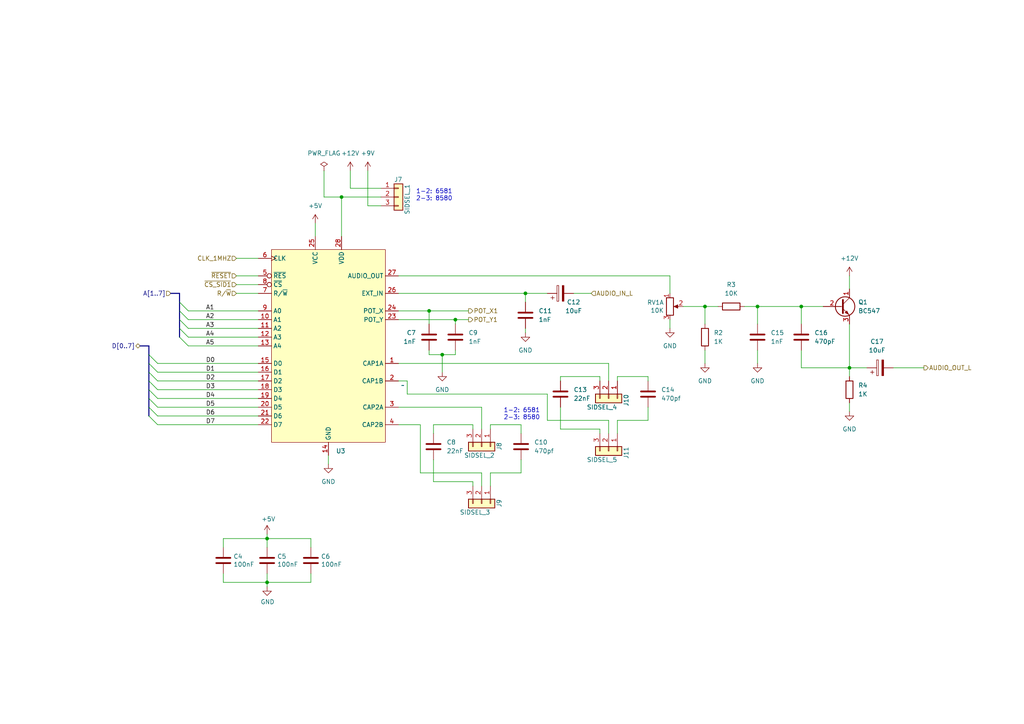
<source format=kicad_sch>
(kicad_sch (version 20231120) (generator "eeschema") (generator_version "8.0")
  (paper "A4")
  (lib_symbols
    (symbol "Connector_Generic:Conn_01x03" (pin_names (offset 1.016) hide)
      (property "Reference" "J" (at 0 5.08 0))
      (property "Value" "Conn_01x03" (at 0 -5.08 0))
      (symbol "Conn_01x03_1_1"
        (rectangle (start -1.27 -2.413) (end 0 -2.667) (stroke (width 0.1524)))
        (rectangle (start -1.27 0.127) (end 0 -0.127) (stroke (width 0.1524)))
        (rectangle (start -1.27 2.667) (end 0 2.413) (stroke (width 0.1524)))
        (rectangle (start -1.27 3.81) (end 1.27 -3.81) (stroke (width 0.254)) (fill (type background)))
        (pin passive line (at -5.08 2.54 0) (length 3.81) (name "Pin_1") (number "1"))
        (pin passive line (at -5.08 0 0) (length 3.81) (name "Pin_2") (number "2"))
        (pin passive line (at -5.08 -2.54 0) (length 3.81) (name "Pin_3") (number "3"))
      )
    )
    (symbol "Ddraig:SID"
      (property "Reference" "U" (at -15.24 26.67 0))
      (symbol "SID_1_1"
        (rectangle (start -16.51 25.4) (end 16.51 -30.48) (fill (type background)))
        (pin passive line (at 20.32 -7.62 180) (length 3.81) (name "CAP1A") (number "1"))
        (pin input line (at -20.32 5.08 0) (length 3.81) (name "A1") (number "10"))
        (pin input line (at -20.32 2.54 0) (length 3.81) (name "A2") (number "11"))
        (pin input line (at -20.32 0 0) (length 3.81) (name "A3") (number "12"))
        (pin input line (at -20.32 -2.54 0) (length 3.81) (name "A4") (number "13"))
        (pin power_in line (at 0 -34.29 90) (length 3.81) (name "GND") (number "14"))
        (pin bidirectional line (at -20.32 -7.62 0) (length 3.81) (name "D0") (number "15"))
        (pin bidirectional line (at -20.32 -10.16 0) (length 3.81) (name "D1") (number "16"))
        (pin bidirectional line (at -20.32 -12.7 0) (length 3.81) (name "D2") (number "17"))
        (pin bidirectional line (at -20.32 -15.24 0) (length 3.81) (name "D3") (number "18"))
        (pin bidirectional line (at -20.32 -17.78 0) (length 3.81) (name "D4") (number "19"))
        (pin passive line (at 20.32 -12.7 180) (length 3.81) (name "CAP1B") (number "2"))
        (pin bidirectional line (at -20.32 -20.32 0) (length 3.81) (name "D5") (number "20"))
        (pin bidirectional line (at -20.32 -22.86 0) (length 3.81) (name "D6") (number "21"))
        (pin bidirectional line (at -20.32 -25.4 0) (length 3.81) (name "D7") (number "22"))
        (pin input line (at 20.32 5.08 180) (length 3.81) (name "POT_Y") (number "23"))
        (pin input line (at 20.32 7.62 180) (length 3.81) (name "POT_X") (number "24"))
        (pin power_in line (at -3.81 29.21 270) (length 3.81) (name "VCC") (number "25"))
        (pin input line (at 20.32 12.7 180) (length 3.81) (name "EXT_IN") (number "26"))
        (pin output line (at 20.32 17.78 180) (length 3.81) (name "AUDIO_OUT") (number "27"))
        (pin power_in line (at 3.81 29.21 270) (length 3.81) (name "VDD") (number "28"))
        (pin passive line (at 20.32 -20.32 180) (length 3.81) (name "CAP2A") (number "3"))
        (pin passive line (at 20.32 -25.4 180) (length 3.81) (name "CAP2B") (number "4"))
        (pin input inverted (at -20.32 17.78 0) (length 3.81) (name "~{RES}") (number "5"))
        (pin input clock (at -20.32 22.86 0) (length 3.81) (name "CLK") (number "6"))
        (pin input line (at -20.32 12.7 0) (length 3.81) (name "R/~{W}") (number "7"))
        (pin input inverted (at -20.32 15.24 0) (length 3.81) (name "~{CS}") (number "8"))
        (pin input line (at -20.32 7.62 0) (length 3.81) (name "A0") (number "9"))
      )
    )
    (symbol "Device:C" (pin_numbers hide) (pin_names (offset 0.254))
      (property "Reference" "C" (at 0.635 2.54 0))
      (property "Value" "C" (at 0.635 -2.54 0))
      (symbol "C_0_1"
        (polyline (pts (xy -2.032 -0.762) (xy 2.032 -0.762)) (stroke (width 0.508)))
        (polyline (pts (xy -2.032 0.762) (xy 2.032 0.762)) (stroke (width 0.508)))
      )
      (symbol "C_1_1"
        (pin passive line (at 0 3.81 270) (length 2.794) (name "~") (number "1"))
        (pin passive line (at 0 -3.81 90) (length 2.794) (name "~") (number "2"))
      )
    )
    (symbol "Device:C_Polarized" (pin_numbers hide) (pin_names (offset 0.254))
      (property "Reference" "C" (at 0.635 2.54 0))
      (property "Value" "C_Polarized" (at 0.635 -2.54 0))
      (symbol "C_Polarized_0_1"
        (rectangle (start -2.286 0.508) (end 2.286 1.016))
        (polyline (pts (xy -1.778 2.286) (xy -0.762 2.286)))
        (polyline (pts (xy -1.27 2.794) (xy -1.27 1.778)))
        (rectangle (start 2.286 -0.508) (end -2.286 -1.016) (fill (type outline)))
      )
      (symbol "C_Polarized_1_1"
        (pin passive line (at 0 3.81 270) (length 2.794) (name "~") (number "1"))
        (pin passive line (at 0 -3.81 90) (length 2.794) (name "~") (number "2"))
      )
    )
    (symbol "Device:R" (pin_numbers hide) (pin_names (offset 0))
      (property "Reference" "R" (at 2.032 0 90))
      (property "Value" "R" (at 0 0 90))
      (symbol "R_0_1"
        (rectangle (start -1.016 -2.54) (end 1.016 2.54) (stroke (width 0.254)))
      )
      (symbol "R_1_1"
        (pin passive line (at 0 3.81 270) (length 1.27) (name "~") (number "1"))
        (pin passive line (at 0 -3.81 90) (length 1.27) (name "~") (number "2"))
      )
    )
    (symbol "Device:R_Potentiometer_Dual_Separate" (pin_names (offset 1.016) hide)
      (property "Reference" "RV" (at -4.445 0 90))
      (property "Value" "R_Potentiometer_Dual_Separate" (at -2.54 0 90))
      (symbol "R_Potentiometer_Dual_Separate_0_1"
        (polyline (pts (xy 2.54 0) (xy 1.524 0)))
        (polyline (pts (xy 1.143 0) (xy 2.286 0.508) (xy 2.286 -0.508) (xy 1.143 0)) (fill (type outline)))
        (rectangle (start 1.016 2.54) (end -1.016 -2.54) (stroke (width 0.254)))
      )
      (symbol "R_Potentiometer_Dual_Separate_1_1"
        (pin passive line (at 0 3.81 270) (length 1.27) (name "1") (number "1"))
        (pin passive line (at 3.81 0 180) (length 1.27) (name "2") (number "2"))
        (pin passive line (at 0 -3.81 90) (length 1.27) (name "3") (number "3"))
      )
      (symbol "R_Potentiometer_Dual_Separate_2_1"
        (pin passive line (at 0 3.81 270) (length 1.27) (name "4") (number "4"))
        (pin passive line (at 3.81 0 180) (length 1.27) (name "5") (number "5"))
        (pin passive line (at 0 -3.81 90) (length 1.27) (name "6") (number "6"))
      )
    )
    (symbol "Transistor_BJT:BC547" (pin_names (offset 0) hide)
      (property "Reference" "Q" (at 5.08 1.905 0))
      (property "Value" "BC547" (at 5.08 0 0))
      (symbol "BC547_0_1"
        (polyline (pts (xy 0 0) (xy 0.635 0)))
        (polyline (pts (xy 0.635 0.635) (xy 2.54 2.54)))
        (polyline (pts (xy 0.635 -0.635) (xy 2.54 -2.54) (xy 2.54 -2.54)))
        (polyline (pts (xy 0.635 1.905) (xy 0.635 -1.905) (xy 0.635 -1.905)) (stroke (width 0.508)))
        (polyline (pts (xy 1.27 -1.778) (xy 1.778 -1.27) (xy 2.286 -2.286) (xy 1.27 -1.778) (xy 1.27 -1.778)) (fill (type outline)))
        (circle (center 1.27 0) (radius 2.8194) (stroke (width 0.254)))
      )
      (symbol "BC547_1_1"
        (pin passive line (at 2.54 5.08 270) (length 2.54) (name "C") (number "1"))
        (pin input line (at -5.08 0 0) (length 5.08) (name "B") (number "2"))
        (pin passive line (at 2.54 -5.08 90) (length 2.54) (name "E") (number "3"))
      )
    )
    (symbol "power:+12V" (power) (pin_names (offset 0))
      (property "Value" "+12V" (at 0 3.556 0))
      (symbol "+12V_0_1"
        (polyline (pts (xy -0.762 1.27) (xy 0 2.54)))
        (polyline (pts (xy 0 0) (xy 0 2.54)))
        (polyline (pts (xy 0 2.54) (xy 0.762 1.27)))
      )
      (symbol "+12V_1_1"
        (pin power_in line (at 0 0 90) (length 0) hide (name "+12V") (number "1"))
      )
    )
    (symbol "power:+5V" (power) (pin_names (offset 0))
      (property "Value" "+5V" (at 0 3.556 0))
      (symbol "+5V_0_1"
        (polyline (pts (xy -0.762 1.27) (xy 0 2.54)))
        (polyline (pts (xy 0 0) (xy 0 2.54)))
        (polyline (pts (xy 0 2.54) (xy 0.762 1.27)))
      )
      (symbol "+5V_1_1"
        (pin power_in line (at 0 0 90) (length 0) hide (name "+5V") (number "1"))
      )
    )
    (symbol "power:+9V" (power) (pin_names (offset 0))
      (property "Value" "+9V" (at 0 3.556 0))
      (symbol "+9V_0_1"
        (polyline (pts (xy -0.762 1.27) (xy 0 2.54)))
        (polyline (pts (xy 0 0) (xy 0 2.54)))
        (polyline (pts (xy 0 2.54) (xy 0.762 1.27)))
      )
      (symbol "+9V_1_1"
        (pin power_in line (at 0 0 90) (length 0) hide (name "+9V") (number "1"))
      )
    )
    (symbol "power:GND" (power) (pin_names (offset 0))
      (property "Value" "GND" (at 0 -3.81 0))
      (symbol "GND_0_1"
        (polyline (pts (xy 0 0) (xy 0 -1.27) (xy 1.27 -1.27) (xy 0 -2.54) (xy -1.27 -1.27) (xy 0 -1.27)))
      )
      (symbol "GND_1_1"
        (pin power_in line (at 0 0 270) (length 0) hide (name "GND") (number "1"))
      )
    )
    (symbol "power:PWR_FLAG" (power) (pin_numbers hide) (pin_names (offset 0) hide)
      (property "Value" "PWR_FLAG" (at 0 3.81 0))
      (symbol "PWR_FLAG_0_0"
        (pin power_out line (at 0 0 90) (length 0) (name "pwr") (number "1"))
      )
      (symbol "PWR_FLAG_0_1"
        (polyline (pts (xy 0 0) (xy 0 1.27) (xy -1.016 1.905) (xy 0 2.54) (xy 1.016 1.905) (xy 0 1.27)))
      )
    )
  )
  (junction (at 232.41 88.9))
  (junction (at 219.71 88.9))
  (junction (at 246.38 106.68))
  (junction (at 132.08 92.71))
  (junction (at 128.27 102.87))
  (junction (at 99.06 57.15))
  (junction (at 204.47 88.9))
  (junction (at 77.47 156.21))
  (junction (at 124.46 90.17))
  (junction (at 152.4 85.09))
  (junction (at 77.47 168.91))
  (bus_entry (at 43.18 110.49) (size 2.54 2.54))
  (bus_entry (at 43.18 113.03) (size 2.54 2.54))
  (bus_entry (at 43.18 107.95) (size 2.54 2.54))
  (bus_entry (at 52.07 95.25) (size 2.54 2.54))
  (bus_entry (at 52.07 97.79) (size 2.54 2.54))
  (bus_entry (at 43.18 105.41) (size 2.54 2.54))
  (bus_entry (at 52.07 90.17) (size 2.54 2.54))
  (bus_entry (at 43.18 118.11) (size 2.54 2.54))
  (bus_entry (at 52.07 92.71) (size 2.54 2.54))
  (bus_entry (at 52.07 87.63) (size 2.54 2.54))
  (bus_entry (at 43.18 102.87) (size 2.54 2.54))
  (bus_entry (at 43.18 115.57) (size 2.54 2.54))
  (bus_entry (at 43.18 120.65) (size 2.54 2.54))
  (bus (pts (xy 40.64 100.33) (xy 43.18 100.33)))
  (bus (pts (xy 43.18 102.87) (xy 43.18 100.33)))
  (wire (pts (xy 139.7 137.16) (xy 139.7 140.97)))
  (wire (pts (xy 101.6 49.53) (xy 101.6 54.61)))
  (wire (pts (xy 132.08 101.6) (xy 132.08 102.87)))
  (bus (pts (xy 52.07 92.71) (xy 52.07 90.17)))
  (wire (pts (xy 45.72 113.03) (xy 74.93 113.03)))
  (wire (pts (xy 115.57 123.19) (xy 121.92 123.19)))
  (wire (pts (xy 142.24 137.16) (xy 151.13 137.16)))
  (wire (pts (xy 115.57 92.71) (xy 132.08 92.71)))
  (wire (pts (xy 137.16 123.19) (xy 137.16 124.46)))
  (wire (pts (xy 115.57 110.49) (xy 118.11 110.49)))
  (wire (pts (xy 124.46 102.87) (xy 128.27 102.87)))
  (wire (pts (xy 68.58 80.01) (xy 74.93 80.01)))
  (wire (pts (xy 151.13 137.16) (xy 151.13 133.35)))
  (wire (pts (xy 68.58 85.09) (xy 74.93 85.09)))
  (wire (pts (xy 45.72 118.11) (xy 74.93 118.11)))
  (wire (pts (xy 121.92 123.19) (xy 121.92 137.16)))
  (wire (pts (xy 115.57 80.01) (xy 194.31 80.01)))
  (wire (pts (xy 246.38 116.84) (xy 246.38 119.38)))
  (wire (pts (xy 125.73 139.7) (xy 137.16 139.7)))
  (wire (pts (xy 99.06 68.58) (xy 99.06 57.15)))
  (wire (pts (xy 68.58 82.55) (xy 74.93 82.55)))
  (wire (pts (xy 64.77 156.21) (xy 77.47 156.21)))
  (wire (pts (xy 125.73 133.35) (xy 125.73 139.7)))
  (wire (pts (xy 162.56 118.11) (xy 162.56 124.46)))
  (wire (pts (xy 246.38 93.98) (xy 246.38 106.68)))
  (wire (pts (xy 115.57 118.11) (xy 139.7 118.11)))
  (wire (pts (xy 54.61 100.33) (xy 74.93 100.33)))
  (wire (pts (xy 101.6 54.61) (xy 110.49 54.61)))
  (bus (pts (xy 43.18 118.11) (xy 43.18 115.57)))
  (wire (pts (xy 118.11 110.49) (xy 118.11 114.3)))
  (wire (pts (xy 173.99 109.22) (xy 173.99 110.49)))
  (wire (pts (xy 45.72 120.65) (xy 74.93 120.65)))
  (wire (pts (xy 90.17 156.21) (xy 90.17 158.75)))
  (wire (pts (xy 179.07 109.22) (xy 179.07 110.49)))
  (wire (pts (xy 142.24 123.19) (xy 142.24 124.46)))
  (wire (pts (xy 219.71 101.6) (xy 219.71 105.41)))
  (wire (pts (xy 45.72 105.41) (xy 74.93 105.41)))
  (wire (pts (xy 162.56 109.22) (xy 173.99 109.22)))
  (wire (pts (xy 64.77 158.75) (xy 64.77 156.21)))
  (wire (pts (xy 124.46 90.17) (xy 135.89 90.17)))
  (wire (pts (xy 151.13 123.19) (xy 151.13 125.73)))
  (wire (pts (xy 54.61 92.71) (xy 74.93 92.71)))
  (wire (pts (xy 152.4 95.25) (xy 152.4 96.52)))
  (wire (pts (xy 173.99 124.46) (xy 173.99 125.73)))
  (wire (pts (xy 219.71 88.9) (xy 232.41 88.9)))
  (wire (pts (xy 91.44 64.77) (xy 91.44 68.58)))
  (wire (pts (xy 187.96 118.11) (xy 187.96 121.92)))
  (bus (pts (xy 43.18 107.95) (xy 43.18 105.41)))
  (wire (pts (xy 45.72 110.49) (xy 74.93 110.49)))
  (wire (pts (xy 64.77 168.91) (xy 77.47 168.91)))
  (wire (pts (xy 158.75 114.3) (xy 158.75 121.92)))
  (wire (pts (xy 121.92 137.16) (xy 139.7 137.16)))
  (bus (pts (xy 52.07 97.79) (xy 52.07 95.25)))
  (bus (pts (xy 52.07 95.25) (xy 52.07 92.71)))
  (bus (pts (xy 43.18 115.57) (xy 43.18 113.03)))
  (wire (pts (xy 152.4 85.09) (xy 152.4 87.63)))
  (wire (pts (xy 187.96 109.22) (xy 187.96 110.49)))
  (wire (pts (xy 64.77 166.37) (xy 64.77 168.91)))
  (wire (pts (xy 166.37 85.09) (xy 171.45 85.09)))
  (wire (pts (xy 128.27 102.87) (xy 128.27 107.95)))
  (wire (pts (xy 137.16 139.7) (xy 137.16 140.97)))
  (wire (pts (xy 93.98 49.53) (xy 93.98 57.15)))
  (wire (pts (xy 246.38 106.68) (xy 251.46 106.68)))
  (wire (pts (xy 219.71 88.9) (xy 219.71 93.98)))
  (wire (pts (xy 232.41 88.9) (xy 238.76 88.9)))
  (bus (pts (xy 43.18 110.49) (xy 43.18 107.95)))
  (wire (pts (xy 158.75 121.92) (xy 176.53 121.92)))
  (wire (pts (xy 77.47 168.91) (xy 77.47 170.18)))
  (wire (pts (xy 139.7 118.11) (xy 139.7 124.46)))
  (wire (pts (xy 132.08 92.71) (xy 132.08 93.98)))
  (wire (pts (xy 232.41 106.68) (xy 246.38 106.68)))
  (wire (pts (xy 99.06 57.15) (xy 110.49 57.15)))
  (wire (pts (xy 124.46 101.6) (xy 124.46 102.87)))
  (wire (pts (xy 77.47 166.37) (xy 77.47 168.91)))
  (wire (pts (xy 194.31 92.71) (xy 194.31 95.25)))
  (bus (pts (xy 49.53 85.09) (xy 52.07 85.09)))
  (wire (pts (xy 179.07 121.92) (xy 179.07 125.73)))
  (wire (pts (xy 246.38 106.68) (xy 246.38 109.22)))
  (wire (pts (xy 179.07 109.22) (xy 187.96 109.22)))
  (wire (pts (xy 77.47 168.91) (xy 90.17 168.91)))
  (wire (pts (xy 54.61 95.25) (xy 74.93 95.25)))
  (bus (pts (xy 43.18 113.03) (xy 43.18 110.49)))
  (bus (pts (xy 43.18 105.41) (xy 43.18 102.87)))
  (wire (pts (xy 77.47 158.75) (xy 77.47 156.21)))
  (wire (pts (xy 194.31 80.01) (xy 194.31 85.09)))
  (wire (pts (xy 95.25 132.08) (xy 95.25 134.62)))
  (wire (pts (xy 77.47 156.21) (xy 90.17 156.21)))
  (wire (pts (xy 152.4 85.09) (xy 158.75 85.09)))
  (wire (pts (xy 93.98 57.15) (xy 99.06 57.15)))
  (wire (pts (xy 54.61 90.17) (xy 74.93 90.17)))
  (wire (pts (xy 68.58 74.93) (xy 74.93 74.93)))
  (bus (pts (xy 43.18 120.65) (xy 43.18 118.11)))
  (wire (pts (xy 232.41 88.9) (xy 232.41 93.98)))
  (wire (pts (xy 124.46 90.17) (xy 124.46 93.98)))
  (wire (pts (xy 204.47 101.6) (xy 204.47 105.41)))
  (wire (pts (xy 132.08 102.87) (xy 128.27 102.87)))
  (wire (pts (xy 106.68 59.69) (xy 110.49 59.69)))
  (wire (pts (xy 115.57 105.41) (xy 176.53 105.41)))
  (wire (pts (xy 232.41 101.6) (xy 232.41 106.68)))
  (wire (pts (xy 204.47 88.9) (xy 208.28 88.9)))
  (wire (pts (xy 132.08 92.71) (xy 135.89 92.71)))
  (wire (pts (xy 125.73 125.73) (xy 125.73 123.19)))
  (wire (pts (xy 215.9 88.9) (xy 219.71 88.9)))
  (wire (pts (xy 198.12 88.9) (xy 204.47 88.9)))
  (wire (pts (xy 259.08 106.68) (xy 267.97 106.68)))
  (wire (pts (xy 187.96 121.92) (xy 179.07 121.92)))
  (wire (pts (xy 45.72 123.19) (xy 74.93 123.19)))
  (wire (pts (xy 162.56 124.46) (xy 173.99 124.46)))
  (wire (pts (xy 115.57 85.09) (xy 152.4 85.09)))
  (wire (pts (xy 125.73 123.19) (xy 137.16 123.19)))
  (bus (pts (xy 52.07 87.63) (xy 52.07 85.09)))
  (wire (pts (xy 118.11 114.3) (xy 158.75 114.3)))
  (wire (pts (xy 45.72 115.57) (xy 74.93 115.57)))
  (wire (pts (xy 176.53 121.92) (xy 176.53 125.73)))
  (wire (pts (xy 90.17 168.91) (xy 90.17 166.37)))
  (wire (pts (xy 45.72 107.95) (xy 74.93 107.95)))
  (wire (pts (xy 77.47 156.21) (xy 77.47 154.94)))
  (wire (pts (xy 142.24 137.16) (xy 142.24 140.97)))
  (wire (pts (xy 204.47 88.9) (xy 204.47 93.98)))
  (wire (pts (xy 142.24 123.19) (xy 151.13 123.19)))
  (wire (pts (xy 115.57 90.17) (xy 124.46 90.17)))
  (bus (pts (xy 52.07 90.17) (xy 52.07 87.63)))
  (wire (pts (xy 106.68 49.53) (xy 106.68 59.69)))
  (wire (pts (xy 162.56 110.49) (xy 162.56 109.22)))
  (wire (pts (xy 246.38 80.01) (xy 246.38 83.82)))
  (wire (pts (xy 176.53 105.41) (xy 176.53 110.49)))
  (wire (pts (xy 54.61 97.79) (xy 74.93 97.79)))
  (text "1-2: 6581\n2-3: 8580\n" (at 120.65 58.42 0) (effects (font (size 1.27 1.27)) (justify left bottom)))
  (text "1-2: 6581\n2-3: 8580\n" (at 146.05 121.92 0) (effects (font (size 1.27 1.27)) (justify left bottom)))
  (label "D0" (at 59.69 105.41 0))
  (label "A2" (at 59.69 92.71 0))
  (label "A1" (at 59.69 90.17 0))
  (label "D2" (at 59.69 110.49 0))
  (label "D4" (at 59.69 115.57 0))
  (label "D1" (at 59.69 107.95 0))
  (label "D3" (at 59.69 113.03 0))
  (label "D5" (at 59.69 118.11 0))
  (label "A4" (at 59.69 97.79 0))
  (label "D6" (at 59.69 120.65 0))
  (label "A3" (at 59.69 95.25 0))
  (label "D7" (at 59.69 123.19 0))
  (label "A5" (at 59.69 100.33 0))
  (hierarchical_label "CLK_1MHZ" (shape input) (at 68.58 74.93 180))
  (hierarchical_label "A[1..7]" (shape input) (at 49.53 85.09 180))
  (hierarchical_label "~{RESET}" (shape input) (at 68.58 80.01 180))
  (hierarchical_label "D[0..7]" (shape bidirectional) (at 40.64 100.33 180))
  (hierarchical_label "~{CS_SID1}" (shape input) (at 68.58 82.55 180))
  (hierarchical_label "AUDIO_OUT_L" (shape output) (at 267.97 106.68 0))
  (hierarchical_label "R{slash}~{W}" (shape input) (at 68.58 85.09 180))
  (hierarchical_label "AUDIO_IN_L" (shape input) (at 171.45 85.09 0))
  (hierarchical_label "POT_X1" (shape output) (at 135.89 90.17 0))
  (hierarchical_label "POT_Y1" (shape output) (at 135.89 92.71 0))
  (symbol (lib_id "Connector_Generic:Conn_01x03") (at 115.57 57.15 0) (unit 1)
    (property "Reference" "J7" (at 114.3 52.07 0) (effects (justify left)))
    (property "Value" "SIDSEL_1" (at 118.11 62.23 90) (effects (justify left)))
    (property "Footprint" "Connector_PinHeader_2.54mm:PinHeader_1x03_P2.54mm_Vertical" (effects (hide yes)))
  )
  (symbol (lib_id "power:GND") (at 194.31 95.25 0) (unit 1)
    (property "Reference" "#PWR028" (effects (hide yes)))
    (property "Value" "GND" (at 194.31 100.33 0))
  )
  (symbol (lib_id "power:+5V") (at 77.47 154.94 0) (unit 1)
    (property "Reference" "#PWR020" (effects (hide yes)))
    (property "Value" "+5V" (at 77.851 150.5458 0))
  )
  (symbol (lib_id "power:GND") (at 219.71 105.41 0) (unit 1)
    (property "Reference" "#PWR030" (effects (hide yes)))
    (property "Value" "GND" (at 219.71 110.49 0))
  )
  (symbol (lib_id "Device:C") (at 232.41 97.79 0) (unit 1)
    (property "Reference" "C16" (at 236.22 96.52 0) (effects (justify left)))
    (property "Value" "470pF" (at 236.22 99.06 0) (effects (justify left)))
    (property "Footprint" "Capacitor_THT:C_Disc_D5.0mm_W2.5mm_P2.50mm" (effects (hide yes)))
  )
  (symbol (lib_id "Connector_Generic:Conn_01x03") (at 139.7 129.54 270) (unit 1)
    (property "Reference" "J8" (at 144.78 128.27 0) (effects (justify left)))
    (property "Value" "SIDSEL_2" (at 134.62 132.08 90) (effects (justify left)))
    (property "Footprint" "Connector_PinHeader_2.54mm:PinHeader_1x03_P2.54mm_Vertical" (effects (hide yes)))
  )
  (symbol (lib_id "power:GND") (at 204.47 105.41 0) (unit 1)
    (property "Reference" "#PWR029" (effects (hide yes)))
    (property "Value" "GND" (at 204.47 110.49 0))
  )
  (symbol (lib_id "power:GND") (at 77.47 170.18 0) (unit 1)
    (property "Reference" "#PWR021" (effects (hide yes)))
    (property "Value" "GND" (at 77.597 174.5742 0))
  )
  (symbol (lib_id "power:GND") (at 152.4 96.52 0) (unit 1)
    (property "Reference" "#PWR027" (effects (hide yes)))
    (property "Value" "GND" (at 152.4 101.6 0))
  )
  (symbol (lib_id "Transistor_BJT:BC547") (at 243.84 88.9 0) (unit 1)
    (property "Reference" "Q1" (at 248.92 87.63 0) (effects (justify left)))
    (property "Value" "BC547" (at 248.92 90.17 0) (effects (justify left)))
    (property "Footprint" "Package_TO_SOT_THT:TO-92_Inline" (effects (hide yes)))
    (property "Datasheet" "https://www.onsemi.com/pub/Collateral/BC550-D.pdf" (effects (hide yes)))
  )
  (symbol (lib_id "Device:C") (at 124.46 97.79 0) (mirror y) (unit 1)
    (property "Reference" "C7" (at 120.65 96.52 0) (effects (justify left)))
    (property "Value" "1nF" (at 120.65 99.06 0) (effects (justify left)))
    (property "Footprint" "Capacitor_THT:C_Disc_D5.0mm_W2.5mm_P2.50mm" (effects (hide yes)))
  )
  (symbol (lib_id "power:GND") (at 128.27 107.95 0) (unit 1)
    (property "Reference" "#PWR026" (effects (hide yes)))
    (property "Value" "GND" (at 128.27 113.03 0))
  )
  (symbol (lib_id "Device:C") (at 219.71 97.79 0) (unit 1)
    (property "Reference" "C15" (at 223.52 96.52 0) (effects (justify left)))
    (property "Value" "1nF" (at 223.52 99.06 0) (effects (justify left)))
    (property "Footprint" "Capacitor_THT:C_Disc_D5.0mm_W2.5mm_P2.50mm" (effects (hide yes)))
  )
  (symbol (lib_id "power:GND") (at 246.38 119.38 0) (unit 1)
    (property "Reference" "#PWR032" (effects (hide yes)))
    (property "Value" "GND" (at 246.38 124.46 0))
  )
  (symbol (lib_id "Device:R") (at 246.38 113.03 0) (unit 1)
    (property "Reference" "R4" (at 248.92 111.76 0) (effects (justify left)))
    (property "Value" "1K" (at 248.92 114.3 0) (effects (justify left)))
    (property "Footprint" "Resistor_THT:R_Axial_DIN0207_L6.3mm_D2.5mm_P10.16mm_Horizontal" (effects (hide yes)))
  )
  (symbol (lib_id "Device:C") (at 187.96 114.3 0) (unit 1)
    (property "Reference" "C14" (at 191.77 113.03 0) (effects (justify left)))
    (property "Value" "470pf" (at 191.77 115.57 0) (effects (justify left)))
    (property "Footprint" "Capacitor_THT:C_Disc_D5.0mm_W2.5mm_P2.50mm" (effects (hide yes)))
  )
  (symbol (lib_id "power:GND") (at 95.25 134.62 0) (unit 1)
    (property "Reference" "#PWR023" (effects (hide yes)))
    (property "Value" "GND" (at 95.25 139.7 0))
  )
  (symbol (lib_id "Device:C") (at 162.56 114.3 0) (unit 1)
    (property "Reference" "C13" (at 166.37 113.03 0) (effects (justify left)))
    (property "Value" "22nF" (at 166.37 115.57 0) (effects (justify left)))
    (property "Footprint" "Capacitor_THT:C_Disc_D5.0mm_W2.5mm_P2.50mm" (effects (hide yes)))
  )
  (symbol (lib_id "Device:C_Polarized") (at 162.56 85.09 90) (unit 1)
    (property "Reference" "C12" (at 166.37 87.63 90))
    (property "Value" "10uF" (at 166.37 90.17 90))
    (property "Footprint" "Capacitor_THT:CP_Radial_D5.0mm_P2.50mm" (effects (hide yes)))
  )
  (symbol (lib_id "power:+12V") (at 246.38 80.01 0) (unit 1)
    (property "Reference" "#PWR031" (effects (hide yes)))
    (property "Value" "+12V" (at 246.38 74.93 0))
  )
  (symbol (lib_id "Connector_Generic:Conn_01x03") (at 176.53 115.57 270) (unit 1)
    (property "Reference" "J10" (at 181.61 114.3 0) (effects (justify left)))
    (property "Value" "SIDSEL_4" (at 170.18 118.11 90) (effects (justify left)))
    (property "Footprint" "Connector_PinHeader_2.54mm:PinHeader_1x03_P2.54mm_Vertical" (effects (hide yes)))
  )
  (symbol (lib_id "Device:C") (at 90.17 162.56 0) (unit 1)
    (property "Reference" "C6" (at 93.091 161.3916 0) (effects (justify left)))
    (property "Value" "100nF" (at 93.091 163.703 0) (effects (justify left)))
    (property "Footprint" "Capacitor_THT:C_Disc_D5.0mm_W2.5mm_P2.50mm" (effects (hide yes)))
  )
  (symbol (lib_id "Connector_Generic:Conn_01x03") (at 139.7 146.05 270) (unit 1)
    (property "Reference" "J9" (at 144.78 144.78 0) (effects (justify left)))
    (property "Value" "SIDSEL_3" (at 133.35 148.59 90) (effects (justify left)))
    (property "Footprint" "Connector_PinHeader_2.54mm:PinHeader_1x03_P2.54mm_Vertical" (effects (hide yes)))
  )
  (symbol (lib_id "Device:C") (at 132.08 97.79 0) (unit 1)
    (property "Reference" "C9" (at 135.89 96.52 0) (effects (justify left)))
    (property "Value" "1nF" (at 135.89 99.06 0) (effects (justify left)))
    (property "Footprint" "Capacitor_THT:C_Disc_D5.0mm_W2.5mm_P2.50mm" (effects (hide yes)))
  )
  (symbol (lib_id "Device:R_Potentiometer_Dual_Separate") (at 194.31 88.9 0) (unit 1)
    (property "Reference" "RV1" (at 192.5574 87.7316 0) (effects (justify right)))
    (property "Value" "10K" (at 192.5574 90.043 0) (effects (justify right)))
    (property "Footprint" "Potentiometer_THT:Potentiometer_Alps_RK163_Dual_Horizontal" (effects (hide yes)))
  )
  (symbol (lib_id "power:+9V") (at 106.68 49.53 0) (unit 1)
    (property "Reference" "#PWR025" (effects (hide yes)))
    (property "Value" "+9V" (at 106.68 44.45 0))
  )
  (symbol (lib_id "Device:C") (at 151.13 129.54 0) (unit 1)
    (property "Reference" "C10" (at 154.94 128.27 0) (effects (justify left)))
    (property "Value" "470pf" (at 154.94 130.81 0) (effects (justify left)))
    (property "Footprint" "Capacitor_THT:C_Disc_D5.0mm_W2.5mm_P2.50mm" (effects (hide yes)))
  )
  (symbol (lib_id "power:+5V") (at 91.44 64.77 0) (unit 1)
    (property "Reference" "#PWR022" (effects (hide yes)))
    (property "Value" "+5V" (at 91.44 59.69 0))
  )
  (symbol (lib_id "Device:C") (at 125.73 129.54 0) (unit 1)
    (property "Reference" "C8" (at 129.54 128.27 0) (effects (justify left)))
    (property "Value" "22nF" (at 129.54 130.81 0) (effects (justify left)))
    (property "Footprint" "Capacitor_THT:C_Disc_D5.0mm_W2.5mm_P2.50mm" (effects (hide yes)))
  )
  (symbol (lib_id "Device:C") (at 152.4 91.44 0) (unit 1)
    (property "Reference" "C11" (at 156.21 90.17 0) (effects (justify left)))
    (property "Value" "1nF" (at 156.21 92.71 0) (effects (justify left)))
    (property "Footprint" "Capacitor_THT:C_Disc_D5.0mm_W2.5mm_P2.50mm" (effects (hide yes)))
  )
  (symbol (lib_id "Device:C") (at 64.77 162.56 0) (unit 1)
    (property "Reference" "C4" (at 67.691 161.3916 0) (effects (justify left)))
    (property "Value" "100nF" (at 67.691 163.703 0) (effects (justify left)))
    (property "Footprint" "Capacitor_THT:C_Disc_D5.0mm_W2.5mm_P2.50mm" (effects (hide yes)))
  )
  (symbol (lib_id "power:+12V") (at 101.6 49.53 0) (unit 1)
    (property "Reference" "#PWR024" (effects (hide yes)))
    (property "Value" "+12V" (at 101.6 44.45 0))
  )
  (symbol (lib_id "power:PWR_FLAG") (at 93.98 49.53 0) (unit 1)
    (property "Reference" "#FLG07" (effects (hide yes)))
    (property "Value" "PWR_FLAG" (at 93.98 44.45 0))
  )
  (symbol (lib_id "Ddraig:SID") (at 95.25 97.79 0) (unit 1)
    (property "Reference" "U3" (at 97.4441 130.81 0) (effects (justify left)))
    (property "Value" "~" (at 116.84 111.76 0))
    (property "Footprint" "Package_DIP:DIP-28_W15.24mm_Socket" (effects (hide yes)))
  )
  (symbol (lib_id "Device:C") (at 77.47 162.56 0) (unit 1)
    (property "Reference" "C5" (at 80.391 161.3916 0) (effects (justify left)))
    (property "Value" "100nF" (at 80.391 163.703 0) (effects (justify left)))
    (property "Footprint" "Capacitor_THT:C_Disc_D5.0mm_W2.5mm_P2.50mm" (effects (hide yes)))
  )
  (symbol (lib_id "Connector_Generic:Conn_01x03") (at 176.53 130.81 270) (unit 1)
    (property "Reference" "J11" (at 181.61 129.54 0) (effects (justify left)))
    (property "Value" "SIDSEL_5" (at 170.18 133.35 90) (effects (justify left)))
    (property "Footprint" "Connector_PinHeader_2.54mm:PinHeader_1x03_P2.54mm_Vertical" (effects (hide yes)))
  )
  (symbol (lib_id "Device:R") (at 212.09 88.9 90) (unit 1)
    (property "Reference" "R3" (at 212.09 82.55 90))
    (property "Value" "10K" (at 212.09 85.09 90))
    (property "Footprint" "Resistor_THT:R_Axial_DIN0207_L6.3mm_D2.5mm_P10.16mm_Horizontal" (effects (hide yes)))
  )
  (symbol (lib_id "Device:R") (at 204.47 97.79 0) (unit 1)
    (property "Reference" "R2" (at 207.01 96.52 0) (effects (justify left)))
    (property "Value" "1K" (at 207.01 99.06 0) (effects (justify left)))
    (property "Footprint" "Resistor_THT:R_Axial_DIN0207_L6.3mm_D2.5mm_P10.16mm_Horizontal" (effects (hide yes)))
  )
  (symbol (lib_id "Device:C_Polarized") (at 255.27 106.68 90) (unit 1)
    (property "Reference" "C17" (at 254.381 99.06 90))
    (property "Value" "10uF" (at 254.381 101.6 90))
    (property "Footprint" "Capacitor_THT:CP_Radial_D5.0mm_P2.50mm" (effects (hide yes)))
  )
)
</source>
